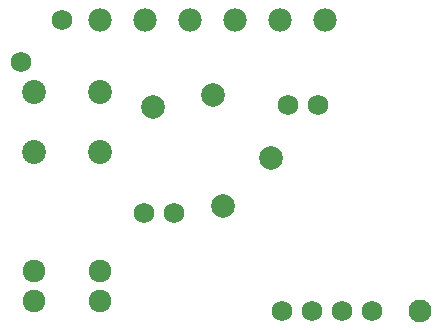
<source format=gbs>
G04 Layer: BottomSolderMaskLayer*
G04 EasyEDA v6.3.22, 2020-02-03T21:01:26+03:00*
G04 c6d23c78c2874b16bdfd2071edabb350,ca54920fb7ea4c169f3d1b618bee327e,10*
G04 Gerber Generator version 0.2*
G04 Scale: 100 percent, Rotated: No, Reflected: No *
G04 Dimensions in inches *
G04 leading zeros omitted , absolute positions ,2 integer and 4 decimal *
%FSLAX24Y24*%
%MOIN*%
G90*
G70D02*

%ADD58C,0.068000*%
%ADD64C,0.075992*%
%ADD75C,0.078866*%
%ADD76C,0.078000*%
%ADD77C,0.075716*%
%ADD78C,0.079653*%

%LPD*%
G54D58*
G01X12850Y750D03*
G01X11850Y750D03*
G01X10850Y750D03*
G01X9850Y750D03*
G54D64*
G01X14450Y750D03*
G54D58*
G01X2545Y10445D03*
G01X1154Y9054D03*
G54D75*
G01X5550Y7553D03*
G01X7550Y7946D03*
G54D76*
G01X8300Y10450D03*
G01X3800Y10450D03*
G01X5300Y10450D03*
G01X6800Y10450D03*
G01X9800Y10450D03*
G01X11300Y10450D03*
G54D77*
G01X1609Y1069D03*
G01X1609Y2069D03*
G54D78*
G01X1613Y6030D03*
G01X1586Y8030D03*
G54D77*
G01X3809Y1069D03*
G01X3809Y2069D03*
G54D78*
G01X3813Y6030D03*
G01X3786Y8030D03*
G54D58*
G01X5250Y4000D03*
G01X6250Y4000D03*
G01X11050Y7600D03*
G01X10050Y7600D03*
G54D75*
G01X7892Y4242D03*
G01X9507Y5857D03*
M00*
M02*

</source>
